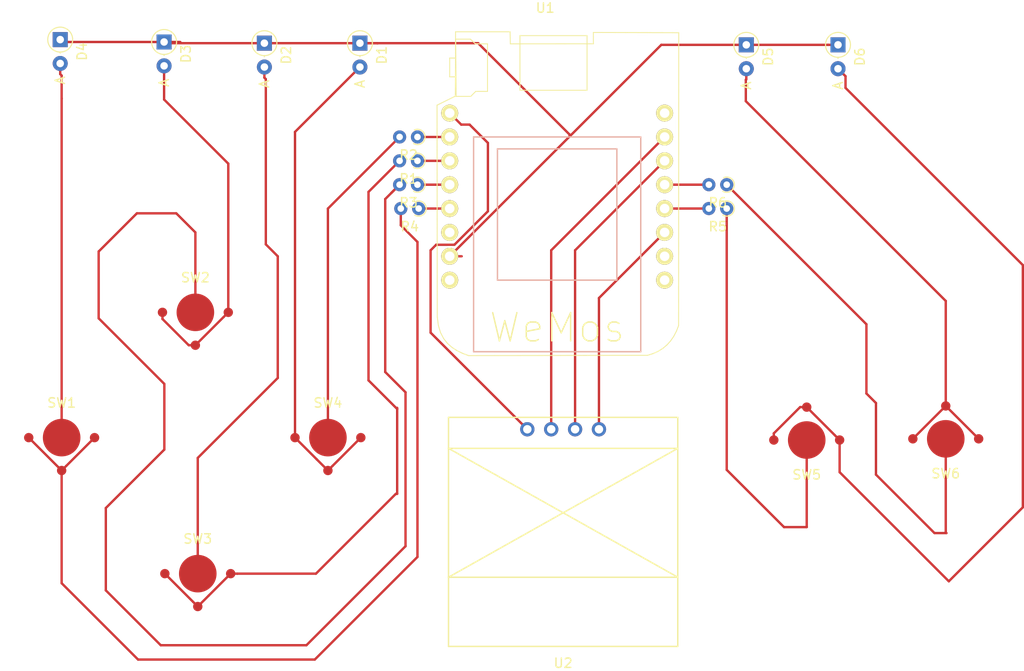
<source format=kicad_pcb>
(kicad_pcb (version 20171130) (host pcbnew 5.0.2-bee76a0~70~ubuntu18.04.1)

  (general
    (thickness 1.6)
    (drawings 0)
    (tracks 141)
    (zones 0)
    (modules 20)
    (nets 29)
  )

  (page A4)
  (layers
    (0 F.Cu signal)
    (31 B.Cu signal)
    (32 B.Adhes user)
    (33 F.Adhes user)
    (34 B.Paste user)
    (35 F.Paste user)
    (36 B.SilkS user)
    (37 F.SilkS user)
    (38 B.Mask user)
    (39 F.Mask user)
    (40 Dwgs.User user)
    (41 Cmts.User user)
    (42 Eco1.User user)
    (43 Eco2.User user)
    (44 Edge.Cuts user)
    (45 Margin user)
    (46 B.CrtYd user)
    (47 F.CrtYd user)
    (48 B.Fab user)
    (49 F.Fab user)
  )

  (setup
    (last_trace_width 0.25)
    (trace_clearance 0.2)
    (zone_clearance 0.508)
    (zone_45_only no)
    (trace_min 0.2)
    (segment_width 0.2)
    (edge_width 0.15)
    (via_size 0.8)
    (via_drill 0.4)
    (via_min_size 0.4)
    (via_min_drill 0.3)
    (uvia_size 0.3)
    (uvia_drill 0.1)
    (uvias_allowed no)
    (uvia_min_size 0.2)
    (uvia_min_drill 0.1)
    (pcb_text_width 0.3)
    (pcb_text_size 1.5 1.5)
    (mod_edge_width 0.15)
    (mod_text_size 1 1)
    (mod_text_width 0.15)
    (pad_size 1.524 1.524)
    (pad_drill 0.762)
    (pad_to_mask_clearance 0.051)
    (solder_mask_min_width 0.25)
    (aux_axis_origin 0 0)
    (visible_elements FFFFFF7F)
    (pcbplotparams
      (layerselection 0x010fc_ffffffff)
      (usegerberextensions false)
      (usegerberattributes false)
      (usegerberadvancedattributes false)
      (creategerberjobfile false)
      (excludeedgelayer true)
      (linewidth 0.100000)
      (plotframeref false)
      (viasonmask false)
      (mode 1)
      (useauxorigin false)
      (hpglpennumber 1)
      (hpglpenspeed 20)
      (hpglpendiameter 15.000000)
      (psnegative false)
      (psa4output false)
      (plotreference true)
      (plotvalue true)
      (plotinvisibletext false)
      (padsonsilk false)
      (subtractmaskfromsilk false)
      (outputformat 1)
      (mirror false)
      (drillshape 1)
      (scaleselection 1)
      (outputdirectory ""))
  )

  (net 0 "")
  (net 1 "Net-(D1-Pad1)")
  (net 2 "Net-(D1-Pad2)")
  (net 3 "Net-(D2-Pad2)")
  (net 4 "Net-(D3-Pad2)")
  (net 5 "Net-(D4-Pad2)")
  (net 6 "Net-(D5-Pad2)")
  (net 7 "Net-(D6-Pad2)")
  (net 8 "Net-(R1-Pad2)")
  (net 9 "Net-(R1-Pad1)")
  (net 10 "Net-(R2-Pad1)")
  (net 11 "Net-(R2-Pad2)")
  (net 12 "Net-(R3-Pad1)")
  (net 13 "Net-(R3-Pad2)")
  (net 14 "Net-(R4-Pad2)")
  (net 15 "Net-(R4-Pad1)")
  (net 16 "Net-(R5-Pad1)")
  (net 17 "Net-(R5-Pad2)")
  (net 18 "Net-(R6-Pad2)")
  (net 19 "Net-(R6-Pad1)")
  (net 20 "Net-(U1-Pad8)")
  (net 21 "Net-(U1-Pad7)")
  (net 22 "Net-(U1-Pad6)")
  (net 23 "Net-(U1-Pad3)")
  (net 24 -BATT)
  (net 25 "Net-(U1-Pad1)")
  (net 26 +BATT)
  (net 27 "Net-(U1-Pad11)")
  (net 28 "Net-(U1-Pad9)")

  (net_class Default "This is the default net class."
    (clearance 0.2)
    (trace_width 0.25)
    (via_dia 0.8)
    (via_drill 0.4)
    (uvia_dia 0.3)
    (uvia_drill 0.1)
    (add_net +BATT)
    (add_net -BATT)
    (add_net "Net-(D1-Pad1)")
    (add_net "Net-(D1-Pad2)")
    (add_net "Net-(D2-Pad2)")
    (add_net "Net-(D3-Pad2)")
    (add_net "Net-(D4-Pad2)")
    (add_net "Net-(D5-Pad2)")
    (add_net "Net-(D6-Pad2)")
    (add_net "Net-(R1-Pad1)")
    (add_net "Net-(R1-Pad2)")
    (add_net "Net-(R2-Pad1)")
    (add_net "Net-(R2-Pad2)")
    (add_net "Net-(R3-Pad1)")
    (add_net "Net-(R3-Pad2)")
    (add_net "Net-(R4-Pad1)")
    (add_net "Net-(R4-Pad2)")
    (add_net "Net-(R5-Pad1)")
    (add_net "Net-(R5-Pad2)")
    (add_net "Net-(R6-Pad1)")
    (add_net "Net-(R6-Pad2)")
    (add_net "Net-(U1-Pad1)")
    (add_net "Net-(U1-Pad11)")
    (add_net "Net-(U1-Pad3)")
    (add_net "Net-(U1-Pad6)")
    (add_net "Net-(U1-Pad7)")
    (add_net "Net-(U1-Pad8)")
    (add_net "Net-(U1-Pad9)")
  )

  (module Diode_THT:D_DO-35_SOD27_P2.54mm_Vertical_AnodeUp (layer F.Cu) (tedit 5AE50CD5) (tstamp 5CCCD210)
    (at 111.3536 25.5778 270)
    (descr "Diode, DO-35_SOD27 series, Axial, Vertical, pin pitch=2.54mm, , length*diameter=4*2mm^2, , http://www.diodes.com/_files/packages/DO-35.pdf")
    (tags "Diode DO-35_SOD27 series Axial Vertical pin pitch 2.54mm  length 4mm diameter 2mm")
    (path /5C76104A)
    (fp_text reference D2 (at 1.27 -2.326371 270) (layer F.SilkS)
      (effects (font (size 1 1) (thickness 0.15)))
    )
    (fp_text value D_ALT (at 1.27 3.215371 270) (layer F.Fab)
      (effects (font (size 1 1) (thickness 0.15)))
    )
    (fp_text user A (at 4.34 0 270) (layer F.SilkS)
      (effects (font (size 1 1) (thickness 0.15)))
    )
    (fp_text user A (at 4.34 0 270) (layer F.Fab)
      (effects (font (size 1 1) (thickness 0.15)))
    )
    (fp_text user %R (at 1.27 -2.326371 270) (layer F.Fab)
      (effects (font (size 1 1) (thickness 0.15)))
    )
    (fp_line (start 3.59 -1.25) (end -1.25 -1.25) (layer F.CrtYd) (width 0.05))
    (fp_line (start 3.59 1.25) (end 3.59 -1.25) (layer F.CrtYd) (width 0.05))
    (fp_line (start -1.25 1.25) (end 3.59 1.25) (layer F.CrtYd) (width 0.05))
    (fp_line (start -1.25 -1.25) (end -1.25 1.25) (layer F.CrtYd) (width 0.05))
    (fp_line (start 1.326371 0) (end 1.44 0) (layer F.SilkS) (width 0.12))
    (fp_line (start 0 0) (end 2.54 0) (layer F.Fab) (width 0.1))
    (fp_circle (center 0 0) (end 1.326371 0) (layer F.SilkS) (width 0.12))
    (fp_circle (center 0 0) (end 1 0) (layer F.Fab) (width 0.1))
    (pad 2 thru_hole oval (at 2.54 0 270) (size 1.6 1.6) (drill 0.8) (layers *.Cu *.Mask)
      (net 3 "Net-(D2-Pad2)"))
    (pad 1 thru_hole rect (at 0 0 270) (size 1.6 1.6) (drill 0.8) (layers *.Cu *.Mask)
      (net 1 "Net-(D1-Pad1)"))
    (model ${KISYS3DMOD}/Diode_THT.3dshapes/D_DO-35_SOD27_P2.54mm_Vertical_AnodeUp.wrl
      (at (xyz 0 0 0))
      (scale (xyz 1 1 1))
      (rotate (xyz 0 0 0))
    )
  )

  (module Diode_THT:D_DO-35_SOD27_P2.54mm_Vertical_AnodeUp (layer F.Cu) (tedit 5AE50CD5) (tstamp 5CCCD200)
    (at 100.6856 25.4508 270)
    (descr "Diode, DO-35_SOD27 series, Axial, Vertical, pin pitch=2.54mm, , length*diameter=4*2mm^2, , http://www.diodes.com/_files/packages/DO-35.pdf")
    (tags "Diode DO-35_SOD27 series Axial Vertical pin pitch 2.54mm  length 4mm diameter 2mm")
    (path /5C761020)
    (fp_text reference D3 (at 1.27 -2.326371 270) (layer F.SilkS)
      (effects (font (size 1 1) (thickness 0.15)))
    )
    (fp_text value D_ALT (at 1.27 3.215371 270) (layer F.Fab)
      (effects (font (size 1 1) (thickness 0.15)))
    )
    (fp_circle (center 0 0) (end 1 0) (layer F.Fab) (width 0.1))
    (fp_circle (center 0 0) (end 1.326371 0) (layer F.SilkS) (width 0.12))
    (fp_line (start 0 0) (end 2.54 0) (layer F.Fab) (width 0.1))
    (fp_line (start 1.326371 0) (end 1.44 0) (layer F.SilkS) (width 0.12))
    (fp_line (start -1.25 -1.25) (end -1.25 1.25) (layer F.CrtYd) (width 0.05))
    (fp_line (start -1.25 1.25) (end 3.59 1.25) (layer F.CrtYd) (width 0.05))
    (fp_line (start 3.59 1.25) (end 3.59 -1.25) (layer F.CrtYd) (width 0.05))
    (fp_line (start 3.59 -1.25) (end -1.25 -1.25) (layer F.CrtYd) (width 0.05))
    (fp_text user %R (at 1.27 -2.326371 270) (layer F.Fab)
      (effects (font (size 1 1) (thickness 0.15)))
    )
    (fp_text user A (at 4.34 0 270) (layer F.Fab)
      (effects (font (size 1 1) (thickness 0.15)))
    )
    (fp_text user A (at 4.34 0 270) (layer F.SilkS)
      (effects (font (size 1 1) (thickness 0.15)))
    )
    (pad 1 thru_hole rect (at 0 0 270) (size 1.6 1.6) (drill 0.8) (layers *.Cu *.Mask)
      (net 1 "Net-(D1-Pad1)"))
    (pad 2 thru_hole oval (at 2.54 0 270) (size 1.6 1.6) (drill 0.8) (layers *.Cu *.Mask)
      (net 4 "Net-(D3-Pad2)"))
    (model ${KISYS3DMOD}/Diode_THT.3dshapes/D_DO-35_SOD27_P2.54mm_Vertical_AnodeUp.wrl
      (at (xyz 0 0 0))
      (scale (xyz 1 1 1))
      (rotate (xyz 0 0 0))
    )
  )

  (module Diode_THT:D_DO-35_SOD27_P2.54mm_Vertical_AnodeUp (layer F.Cu) (tedit 5AE50CD5) (tstamp 5CCCD3D2)
    (at 89.6366 25.1968 270)
    (descr "Diode, DO-35_SOD27 series, Axial, Vertical, pin pitch=2.54mm, , length*diameter=4*2mm^2, , http://www.diodes.com/_files/packages/DO-35.pdf")
    (tags "Diode DO-35_SOD27 series Axial Vertical pin pitch 2.54mm  length 4mm diameter 2mm")
    (path /5C7601E5)
    (fp_text reference D4 (at 1.27 -2.326371 270) (layer F.SilkS)
      (effects (font (size 1 1) (thickness 0.15)))
    )
    (fp_text value D_ALT (at 1.27 3.215371 270) (layer F.Fab)
      (effects (font (size 1 1) (thickness 0.15)))
    )
    (fp_text user A (at 4.34 0 270) (layer F.SilkS)
      (effects (font (size 1 1) (thickness 0.15)))
    )
    (fp_text user A (at 4.34 0 270) (layer F.Fab)
      (effects (font (size 1 1) (thickness 0.15)))
    )
    (fp_text user %R (at 1.27 -2.326371 270) (layer F.Fab)
      (effects (font (size 1 1) (thickness 0.15)))
    )
    (fp_line (start 3.59 -1.25) (end -1.25 -1.25) (layer F.CrtYd) (width 0.05))
    (fp_line (start 3.59 1.25) (end 3.59 -1.25) (layer F.CrtYd) (width 0.05))
    (fp_line (start -1.25 1.25) (end 3.59 1.25) (layer F.CrtYd) (width 0.05))
    (fp_line (start -1.25 -1.25) (end -1.25 1.25) (layer F.CrtYd) (width 0.05))
    (fp_line (start 1.326371 0) (end 1.44 0) (layer F.SilkS) (width 0.12))
    (fp_line (start 0 0) (end 2.54 0) (layer F.Fab) (width 0.1))
    (fp_circle (center 0 0) (end 1.326371 0) (layer F.SilkS) (width 0.12))
    (fp_circle (center 0 0) (end 1 0) (layer F.Fab) (width 0.1))
    (pad 2 thru_hole oval (at 2.54 0 270) (size 1.6 1.6) (drill 0.8) (layers *.Cu *.Mask)
      (net 5 "Net-(D4-Pad2)"))
    (pad 1 thru_hole rect (at 0 0 270) (size 1.6 1.6) (drill 0.8) (layers *.Cu *.Mask)
      (net 1 "Net-(D1-Pad1)"))
    (model ${KISYS3DMOD}/Diode_THT.3dshapes/D_DO-35_SOD27_P2.54mm_Vertical_AnodeUp.wrl
      (at (xyz 0 0 0))
      (scale (xyz 1 1 1))
      (rotate (xyz 0 0 0))
    )
  )

  (module Diode_THT:D_DO-35_SOD27_P2.54mm_Vertical_AnodeUp (layer F.Cu) (tedit 5AE50CD5) (tstamp 5CCCD1E0)
    (at 121.5136 25.5778 270)
    (descr "Diode, DO-35_SOD27 series, Axial, Vertical, pin pitch=2.54mm, , length*diameter=4*2mm^2, , http://www.diodes.com/_files/packages/DO-35.pdf")
    (tags "Diode DO-35_SOD27 series Axial Vertical pin pitch 2.54mm  length 4mm diameter 2mm")
    (path /5C76106A)
    (fp_text reference D1 (at 1.27 -2.326371 270) (layer F.SilkS)
      (effects (font (size 1 1) (thickness 0.15)))
    )
    (fp_text value D_ALT (at 1.27 3.215371 270) (layer F.Fab)
      (effects (font (size 1 1) (thickness 0.15)))
    )
    (fp_circle (center 0 0) (end 1 0) (layer F.Fab) (width 0.1))
    (fp_circle (center 0 0) (end 1.326371 0) (layer F.SilkS) (width 0.12))
    (fp_line (start 0 0) (end 2.54 0) (layer F.Fab) (width 0.1))
    (fp_line (start 1.326371 0) (end 1.44 0) (layer F.SilkS) (width 0.12))
    (fp_line (start -1.25 -1.25) (end -1.25 1.25) (layer F.CrtYd) (width 0.05))
    (fp_line (start -1.25 1.25) (end 3.59 1.25) (layer F.CrtYd) (width 0.05))
    (fp_line (start 3.59 1.25) (end 3.59 -1.25) (layer F.CrtYd) (width 0.05))
    (fp_line (start 3.59 -1.25) (end -1.25 -1.25) (layer F.CrtYd) (width 0.05))
    (fp_text user %R (at 1.27 -2.326371 270) (layer F.Fab)
      (effects (font (size 1 1) (thickness 0.15)))
    )
    (fp_text user A (at 4.34 0 270) (layer F.Fab)
      (effects (font (size 1 1) (thickness 0.15)))
    )
    (fp_text user A (at 4.34 0 270) (layer F.SilkS)
      (effects (font (size 1 1) (thickness 0.15)))
    )
    (pad 1 thru_hole rect (at 0 0 270) (size 1.6 1.6) (drill 0.8) (layers *.Cu *.Mask)
      (net 1 "Net-(D1-Pad1)"))
    (pad 2 thru_hole oval (at 2.54 0 270) (size 1.6 1.6) (drill 0.8) (layers *.Cu *.Mask)
      (net 2 "Net-(D1-Pad2)"))
    (model ${KISYS3DMOD}/Diode_THT.3dshapes/D_DO-35_SOD27_P2.54mm_Vertical_AnodeUp.wrl
      (at (xyz 0 0 0))
      (scale (xyz 1 1 1))
      (rotate (xyz 0 0 0))
    )
  )

  (module Diode_THT:D_DO-35_SOD27_P2.54mm_Vertical_AnodeUp (layer F.Cu) (tedit 5AE50CD5) (tstamp 5CCCD1D0)
    (at 162.6108 25.7556 270)
    (descr "Diode, DO-35_SOD27 series, Axial, Vertical, pin pitch=2.54mm, , length*diameter=4*2mm^2, , http://www.diodes.com/_files/packages/DO-35.pdf")
    (tags "Diode DO-35_SOD27 series Axial Vertical pin pitch 2.54mm  length 4mm diameter 2mm")
    (path /5C75DFAF)
    (fp_text reference D5 (at 1.27 -2.326371 270) (layer F.SilkS)
      (effects (font (size 1 1) (thickness 0.15)))
    )
    (fp_text value D_ALT (at 1.27 3.215371 270) (layer F.Fab)
      (effects (font (size 1 1) (thickness 0.15)))
    )
    (fp_text user A (at 4.34 0 270) (layer F.SilkS)
      (effects (font (size 1 1) (thickness 0.15)))
    )
    (fp_text user A (at 4.34 0 270) (layer F.Fab)
      (effects (font (size 1 1) (thickness 0.15)))
    )
    (fp_text user %R (at 1.27 -2.326371 270) (layer F.Fab)
      (effects (font (size 1 1) (thickness 0.15)))
    )
    (fp_line (start 3.59 -1.25) (end -1.25 -1.25) (layer F.CrtYd) (width 0.05))
    (fp_line (start 3.59 1.25) (end 3.59 -1.25) (layer F.CrtYd) (width 0.05))
    (fp_line (start -1.25 1.25) (end 3.59 1.25) (layer F.CrtYd) (width 0.05))
    (fp_line (start -1.25 -1.25) (end -1.25 1.25) (layer F.CrtYd) (width 0.05))
    (fp_line (start 1.326371 0) (end 1.44 0) (layer F.SilkS) (width 0.12))
    (fp_line (start 0 0) (end 2.54 0) (layer F.Fab) (width 0.1))
    (fp_circle (center 0 0) (end 1.326371 0) (layer F.SilkS) (width 0.12))
    (fp_circle (center 0 0) (end 1 0) (layer F.Fab) (width 0.1))
    (pad 2 thru_hole oval (at 2.54 0 270) (size 1.6 1.6) (drill 0.8) (layers *.Cu *.Mask)
      (net 6 "Net-(D5-Pad2)"))
    (pad 1 thru_hole rect (at 0 0 270) (size 1.6 1.6) (drill 0.8) (layers *.Cu *.Mask)
      (net 1 "Net-(D1-Pad1)"))
    (model ${KISYS3DMOD}/Diode_THT.3dshapes/D_DO-35_SOD27_P2.54mm_Vertical_AnodeUp.wrl
      (at (xyz 0 0 0))
      (scale (xyz 1 1 1))
      (rotate (xyz 0 0 0))
    )
  )

  (module Diode_THT:D_DO-35_SOD27_P2.54mm_Vertical_AnodeUp (layer F.Cu) (tedit 5AE50CD5) (tstamp 5CCCD1C0)
    (at 172.3644 25.7556 270)
    (descr "Diode, DO-35_SOD27 series, Axial, Vertical, pin pitch=2.54mm, , length*diameter=4*2mm^2, , http://www.diodes.com/_files/packages/DO-35.pdf")
    (tags "Diode DO-35_SOD27 series Axial Vertical pin pitch 2.54mm  length 4mm diameter 2mm")
    (path /5C75DF0E)
    (fp_text reference D6 (at 1.27 -2.326371 270) (layer F.SilkS)
      (effects (font (size 1 1) (thickness 0.15)))
    )
    (fp_text value D_ALT (at 1.27 3.215371 270) (layer F.Fab)
      (effects (font (size 1 1) (thickness 0.15)))
    )
    (fp_circle (center 0 0) (end 1 0) (layer F.Fab) (width 0.1))
    (fp_circle (center 0 0) (end 1.326371 0) (layer F.SilkS) (width 0.12))
    (fp_line (start 0 0) (end 2.54 0) (layer F.Fab) (width 0.1))
    (fp_line (start 1.326371 0) (end 1.44 0) (layer F.SilkS) (width 0.12))
    (fp_line (start -1.25 -1.25) (end -1.25 1.25) (layer F.CrtYd) (width 0.05))
    (fp_line (start -1.25 1.25) (end 3.59 1.25) (layer F.CrtYd) (width 0.05))
    (fp_line (start 3.59 1.25) (end 3.59 -1.25) (layer F.CrtYd) (width 0.05))
    (fp_line (start 3.59 -1.25) (end -1.25 -1.25) (layer F.CrtYd) (width 0.05))
    (fp_text user %R (at 1.27 -2.326371 270) (layer F.Fab)
      (effects (font (size 1 1) (thickness 0.15)))
    )
    (fp_text user A (at 4.34 0 270) (layer F.Fab)
      (effects (font (size 1 1) (thickness 0.15)))
    )
    (fp_text user A (at 4.34 0 270) (layer F.SilkS)
      (effects (font (size 1 1) (thickness 0.15)))
    )
    (pad 1 thru_hole rect (at 0 0 270) (size 1.6 1.6) (drill 0.8) (layers *.Cu *.Mask)
      (net 1 "Net-(D1-Pad1)"))
    (pad 2 thru_hole oval (at 2.54 0 270) (size 1.6 1.6) (drill 0.8) (layers *.Cu *.Mask)
      (net 7 "Net-(D6-Pad2)"))
    (model ${KISYS3DMOD}/Diode_THT.3dshapes/D_DO-35_SOD27_P2.54mm_Vertical_AnodeUp.wrl
      (at (xyz 0 0 0))
      (scale (xyz 1 1 1))
      (rotate (xyz 0 0 0))
    )
  )

  (module ESC_Pads:ESC_Pad_D (layer F.Cu) (tedit 5860C64B) (tstamp 5CE37CEF)
    (at 104.013 54.229 180)
    (path /5CC15FB0)
    (fp_text reference SW2 (at 0 3.7 180) (layer F.SilkS)
      (effects (font (size 1 1) (thickness 0.15)))
    )
    (fp_text value ESC_Pad_D (at 0 -2 180) (layer F.Fab) hide
      (effects (font (size 1 1) (thickness 0.15)))
    )
    (fp_arc (start 0 0) (end -0.3 5.5) (angle 353.5) (layer Dwgs.User) (width 0.1))
    (fp_arc (start 0 0) (end -0.3 6.5) (angle 354.5) (layer Dwgs.User) (width 0.1))
    (fp_arc (start 0 0) (end -0.3 2.3) (angle 345) (layer Dwgs.User) (width 0.1))
    (fp_line (start -0.3 6.5) (end -0.3 2.3) (layer Dwgs.User) (width 0.1))
    (fp_line (start 0.3 2.3) (end 0.3 6.5) (layer Dwgs.User) (width 0.1))
    (pad 1 smd circle (at 0 0 180) (size 4 4) (layers F.Cu)
      (net 13 "Net-(R3-Pad2)") (zone_connect 2))
    (pad 2 smd circle (at -3.5 0 180) (size 1 1) (layers F.Cu)
      (net 4 "Net-(D3-Pad2)") (zone_connect 2))
    (pad 2 smd circle (at 0 -3.5 180) (size 1 1) (layers F.Cu)
      (net 4 "Net-(D3-Pad2)") (zone_connect 2))
    (pad 2 smd circle (at 3.5 0 180) (size 1 1) (layers F.Cu)
      (net 4 "Net-(D3-Pad2)") (zone_connect 2))
  )

  (module wemos_d1_mini:D1_mini_board (layer F.Cu) (tedit 5766F65E) (tstamp 5CE377F3)
    (at 142.494 40.64 180)
    (path /5C759856)
    (fp_text reference U1 (at 1.27 18.81 180) (layer F.SilkS)
      (effects (font (size 1 1) (thickness 0.15)))
    )
    (fp_text value WeMos_mini (at 1.27 -19.05 180) (layer F.Fab)
      (effects (font (size 1 1) (thickness 0.15)))
    )
    (fp_text user WeMos (at 0 -15.24 180) (layer F.SilkS)
      (effects (font (size 3 3) (thickness 0.15)))
    )
    (fp_line (start -6.35 3.81) (end -6.35 -10.16) (layer B.SilkS) (width 0.15))
    (fp_line (start -6.35 -10.16) (end 6.35 -10.16) (layer B.SilkS) (width 0.15))
    (fp_line (start 6.35 -10.16) (end 6.35 3.81) (layer B.SilkS) (width 0.15))
    (fp_line (start 6.35 3.81) (end -6.35 3.81) (layer B.SilkS) (width 0.15))
    (fp_line (start -8.89 5.08) (end 8.89 5.08) (layer B.SilkS) (width 0.15))
    (fp_line (start 8.89 5.08) (end 8.89 -17.78) (layer B.SilkS) (width 0.15))
    (fp_line (start 8.89 -17.78) (end -8.89 -17.78) (layer B.SilkS) (width 0.15))
    (fp_line (start -8.89 -17.78) (end -8.89 5.08) (layer B.SilkS) (width 0.15))
    (fp_line (start 10.817472 16.277228) (end 5.00618 16.277228) (layer F.SilkS) (width 0.1))
    (fp_line (start 5.00618 16.277228) (end 4.979849 14.993795) (layer F.SilkS) (width 0.1))
    (fp_line (start 4.979849 14.993795) (end -3.851373 15.000483) (layer F.SilkS) (width 0.1))
    (fp_line (start -3.851373 15.000483) (end -3.849397 16.202736) (layer F.SilkS) (width 0.1))
    (fp_line (start -3.849397 16.202736) (end -12.930193 16.176658) (layer F.SilkS) (width 0.1))
    (fp_line (start -12.930193 16.176658) (end -12.916195 -14.993493) (layer F.SilkS) (width 0.1))
    (fp_line (start -12.916195 -14.993493) (end -12.683384 -15.596286) (layer F.SilkS) (width 0.1))
    (fp_line (start -12.683384 -15.596286) (end -12.399901 -16.141167) (layer F.SilkS) (width 0.1))
    (fp_line (start -12.399901 -16.141167) (end -12.065253 -16.627577) (layer F.SilkS) (width 0.1))
    (fp_line (start -12.065253 -16.627577) (end -11.678953 -17.054952) (layer F.SilkS) (width 0.1))
    (fp_line (start -11.678953 -17.054952) (end -11.240512 -17.422741) (layer F.SilkS) (width 0.1))
    (fp_line (start -11.240512 -17.422741) (end -10.74944 -17.730377) (layer F.SilkS) (width 0.1))
    (fp_line (start -10.74944 -17.730377) (end -10.20525 -17.97731) (layer F.SilkS) (width 0.1))
    (fp_line (start -10.20525 -17.97731) (end -9.607453 -18.162976) (layer F.SilkS) (width 0.1))
    (fp_line (start -9.607453 -18.162976) (end 9.43046 -18.191734) (layer F.SilkS) (width 0.1))
    (fp_line (start 9.43046 -18.191734) (end 10.049824 -17.957741) (layer F.SilkS) (width 0.1))
    (fp_line (start 10.049824 -17.957741) (end 10.638018 -17.673258) (layer F.SilkS) (width 0.1))
    (fp_line (start 10.638018 -17.673258) (end 11.181445 -17.323743) (layer F.SilkS) (width 0.1))
    (fp_line (start 11.181445 -17.323743) (end 11.666503 -16.894658) (layer F.SilkS) (width 0.1))
    (fp_line (start 11.666503 -16.894658) (end 12.079595 -16.37146) (layer F.SilkS) (width 0.1))
    (fp_line (start 12.079595 -16.37146) (end 12.407122 -15.739613) (layer F.SilkS) (width 0.1))
    (fp_line (start 12.407122 -15.739613) (end 12.635482 -14.984575) (layer F.SilkS) (width 0.1))
    (fp_line (start 12.635482 -14.984575) (end 12.751078 -14.091807) (layer F.SilkS) (width 0.1))
    (fp_line (start 12.751078 -14.091807) (end 12.776026 8.463285) (layer F.SilkS) (width 0.1))
    (fp_line (start 12.776026 8.463285) (end 10.83248 9.424181) (layer F.SilkS) (width 0.1))
    (fp_line (start 10.83248 9.424181) (end 10.802686 16.232524) (layer F.SilkS) (width 0.1))
    (fp_line (start -3.17965 10.051451) (end 3.959931 10.051451) (layer F.SilkS) (width 0.1))
    (fp_line (start 3.959931 10.051451) (end 3.959931 15.865188) (layer F.SilkS) (width 0.1))
    (fp_line (start 3.959931 15.865188) (end -3.17965 15.865188) (layer F.SilkS) (width 0.1))
    (fp_line (start -3.17965 15.865188) (end -3.17965 10.051451) (layer F.SilkS) (width 0.1))
    (fp_line (start 10.7436 9.402349) (end 9.191378 9.402349) (layer F.SilkS) (width 0.1))
    (fp_line (start 9.191378 9.402349) (end 8.662211 9.931515) (layer F.SilkS) (width 0.1))
    (fp_line (start 8.662211 9.931515) (end 7.40985 9.931515) (layer F.SilkS) (width 0.1))
    (fp_line (start 7.40985 9.931515) (end 7.40985 14.993876) (layer F.SilkS) (width 0.1))
    (fp_line (start 7.40985 14.993876) (end 8.697489 14.993876) (layer F.SilkS) (width 0.1))
    (fp_line (start 8.697489 14.993876) (end 9.226656 15.487765) (layer F.SilkS) (width 0.1))
    (fp_line (start 9.226656 15.487765) (end 10.796517 15.487765) (layer F.SilkS) (width 0.1))
    (fp_line (start 10.796517 15.487765) (end 10.7436 9.402349) (layer F.SilkS) (width 0.1))
    (fp_line (start 10.778878 11.483738) (end 11.431517 11.483738) (layer F.SilkS) (width 0.1))
    (fp_line (start 11.431517 11.483738) (end 11.431517 13.476932) (layer F.SilkS) (width 0.1))
    (fp_line (start 11.431517 13.476932) (end 10.814156 13.476932) (layer F.SilkS) (width 0.1))
    (pad 8 thru_hole circle (at -11.43 -10.16 180) (size 1.8 1.8) (drill 1.016) (layers *.Cu *.Mask F.SilkS)
      (net 20 "Net-(U1-Pad8)"))
    (pad 7 thru_hole circle (at -11.43 -7.62 180) (size 1.8 1.8) (drill 1.016) (layers *.Cu *.Mask F.SilkS)
      (net 21 "Net-(U1-Pad7)"))
    (pad 6 thru_hole circle (at -11.43 -5.08 180) (size 1.8 1.8) (drill 1.016) (layers *.Cu *.Mask F.SilkS)
      (net 22 "Net-(U1-Pad6)"))
    (pad 5 thru_hole circle (at -11.43 -2.54 180) (size 1.8 1.8) (drill 1.016) (layers *.Cu *.Mask F.SilkS)
      (net 17 "Net-(R5-Pad2)"))
    (pad 4 thru_hole circle (at -11.43 0 180) (size 1.8 1.8) (drill 1.016) (layers *.Cu *.Mask F.SilkS)
      (net 18 "Net-(R6-Pad2)"))
    (pad 3 thru_hole circle (at -11.43 2.54 180) (size 1.8 1.8) (drill 1.016) (layers *.Cu *.Mask F.SilkS)
      (net 23 "Net-(U1-Pad3)"))
    (pad 2 thru_hole circle (at -11.43 5.08 180) (size 1.8 1.8) (drill 1.016) (layers *.Cu *.Mask F.SilkS)
      (net 24 -BATT))
    (pad 1 thru_hole circle (at -11.43 7.62 180) (size 1.8 1.8) (drill 1.016) (layers *.Cu *.Mask F.SilkS)
      (net 25 "Net-(U1-Pad1)"))
    (pad 16 thru_hole circle (at 11.43 7.62 180) (size 1.8 1.8) (drill 1.016) (layers *.Cu *.Mask F.SilkS)
      (net 26 +BATT))
    (pad 15 thru_hole circle (at 11.43 5.08 180) (size 1.8 1.8) (drill 1.016) (layers *.Cu *.Mask F.SilkS)
      (net 10 "Net-(R2-Pad1)"))
    (pad 14 thru_hole circle (at 11.43 2.54 180) (size 1.8 1.8) (drill 1.016) (layers *.Cu *.Mask F.SilkS)
      (net 9 "Net-(R1-Pad1)"))
    (pad 13 thru_hole circle (at 11.43 0 180) (size 1.8 1.8) (drill 1.016) (layers *.Cu *.Mask F.SilkS)
      (net 12 "Net-(R3-Pad1)"))
    (pad 12 thru_hole circle (at 11.43 -2.54 180) (size 1.8 1.8) (drill 1.016) (layers *.Cu *.Mask F.SilkS)
      (net 15 "Net-(R4-Pad1)"))
    (pad 11 thru_hole circle (at 11.43 -5.08 180) (size 1.8 1.8) (drill 1.016) (layers *.Cu *.Mask F.SilkS)
      (net 27 "Net-(U1-Pad11)"))
    (pad 10 thru_hole circle (at 11.43 -7.62 180) (size 1.8 1.8) (drill 1.016) (layers *.Cu *.Mask F.SilkS)
      (net 1 "Net-(D1-Pad1)"))
    (pad 9 thru_hole circle (at 11.43 -10.16 180) (size 1.8 1.8) (drill 1.016) (layers *.Cu *.Mask F.SilkS)
      (net 28 "Net-(U1-Pad9)"))
  )

  (module Resistor_THT:R_Axial_DIN0204_L3.6mm_D1.6mm_P1.90mm_Vertical (layer F.Cu) (tedit 5AE5139B) (tstamp 5CE372EB)
    (at 127.635 38.1 180)
    (descr "Resistor, Axial_DIN0204 series, Axial, Vertical, pin pitch=1.9mm, 0.167W, length*diameter=3.6*1.6mm^2, http://cdn-reichelt.de/documents/datenblatt/B400/1_4W%23YAG.pdf")
    (tags "Resistor Axial_DIN0204 series Axial Vertical pin pitch 1.9mm 0.167W length 3.6mm diameter 1.6mm")
    (path /5C76203F)
    (fp_text reference R1 (at 0.95 -1.92 180) (layer F.SilkS)
      (effects (font (size 1 1) (thickness 0.15)))
    )
    (fp_text value R (at 0.95 1.92 180) (layer F.Fab)
      (effects (font (size 1 1) (thickness 0.15)))
    )
    (fp_text user %R (at 0.95 -1.92 180) (layer F.Fab)
      (effects (font (size 1 1) (thickness 0.15)))
    )
    (fp_line (start 2.86 -1.05) (end -1.05 -1.05) (layer F.CrtYd) (width 0.05))
    (fp_line (start 2.86 1.05) (end 2.86 -1.05) (layer F.CrtYd) (width 0.05))
    (fp_line (start -1.05 1.05) (end 2.86 1.05) (layer F.CrtYd) (width 0.05))
    (fp_line (start -1.05 -1.05) (end -1.05 1.05) (layer F.CrtYd) (width 0.05))
    (fp_line (start 0 0) (end 1.9 0) (layer F.Fab) (width 0.1))
    (fp_circle (center 0 0) (end 0.8 0) (layer F.Fab) (width 0.1))
    (fp_arc (start 0 0) (end 0.417133 -0.7) (angle -233.92106) (layer F.SilkS) (width 0.12))
    (pad 2 thru_hole oval (at 1.9 0 180) (size 1.4 1.4) (drill 0.7) (layers *.Cu *.Mask)
      (net 8 "Net-(R1-Pad2)"))
    (pad 1 thru_hole circle (at 0 0 180) (size 1.4 1.4) (drill 0.7) (layers *.Cu *.Mask)
      (net 9 "Net-(R1-Pad1)"))
    (model ${KISYS3DMOD}/Resistor_THT.3dshapes/R_Axial_DIN0204_L3.6mm_D1.6mm_P1.90mm_Vertical.wrl
      (at (xyz 0 0 0))
      (scale (xyz 1 1 1))
      (rotate (xyz 0 0 0))
    )
  )

  (module Resistor_THT:R_Axial_DIN0204_L3.6mm_D1.6mm_P1.90mm_Vertical (layer F.Cu) (tedit 5AE5139B) (tstamp 5CE372F9)
    (at 127.635 35.56 180)
    (descr "Resistor, Axial_DIN0204 series, Axial, Vertical, pin pitch=1.9mm, 0.167W, length*diameter=3.6*1.6mm^2, http://cdn-reichelt.de/documents/datenblatt/B400/1_4W%23YAG.pdf")
    (tags "Resistor Axial_DIN0204 series Axial Vertical pin pitch 1.9mm 0.167W length 3.6mm diameter 1.6mm")
    (path /5C762007)
    (fp_text reference R2 (at 0.95 -1.92 180) (layer F.SilkS)
      (effects (font (size 1 1) (thickness 0.15)))
    )
    (fp_text value R (at 0.95 1.92 180) (layer F.Fab)
      (effects (font (size 1 1) (thickness 0.15)))
    )
    (fp_arc (start 0 0) (end 0.417133 -0.7) (angle -233.92106) (layer F.SilkS) (width 0.12))
    (fp_circle (center 0 0) (end 0.8 0) (layer F.Fab) (width 0.1))
    (fp_line (start 0 0) (end 1.9 0) (layer F.Fab) (width 0.1))
    (fp_line (start -1.05 -1.05) (end -1.05 1.05) (layer F.CrtYd) (width 0.05))
    (fp_line (start -1.05 1.05) (end 2.86 1.05) (layer F.CrtYd) (width 0.05))
    (fp_line (start 2.86 1.05) (end 2.86 -1.05) (layer F.CrtYd) (width 0.05))
    (fp_line (start 2.86 -1.05) (end -1.05 -1.05) (layer F.CrtYd) (width 0.05))
    (fp_text user %R (at 0.95 -1.92 180) (layer F.Fab)
      (effects (font (size 1 1) (thickness 0.15)))
    )
    (pad 1 thru_hole circle (at 0 0 180) (size 1.4 1.4) (drill 0.7) (layers *.Cu *.Mask)
      (net 10 "Net-(R2-Pad1)"))
    (pad 2 thru_hole oval (at 1.9 0 180) (size 1.4 1.4) (drill 0.7) (layers *.Cu *.Mask)
      (net 11 "Net-(R2-Pad2)"))
    (model ${KISYS3DMOD}/Resistor_THT.3dshapes/R_Axial_DIN0204_L3.6mm_D1.6mm_P1.90mm_Vertical.wrl
      (at (xyz 0 0 0))
      (scale (xyz 1 1 1))
      (rotate (xyz 0 0 0))
    )
  )

  (module Resistor_THT:R_Axial_DIN0204_L3.6mm_D1.6mm_P1.90mm_Vertical (layer F.Cu) (tedit 5AE5139B) (tstamp 5CE37307)
    (at 127.635 40.64 180)
    (descr "Resistor, Axial_DIN0204 series, Axial, Vertical, pin pitch=1.9mm, 0.167W, length*diameter=3.6*1.6mm^2, http://cdn-reichelt.de/documents/datenblatt/B400/1_4W%23YAG.pdf")
    (tags "Resistor Axial_DIN0204 series Axial Vertical pin pitch 1.9mm 0.167W length 3.6mm diameter 1.6mm")
    (path /5C761F8B)
    (fp_text reference R3 (at 0.95 -1.92 180) (layer F.SilkS)
      (effects (font (size 1 1) (thickness 0.15)))
    )
    (fp_text value R (at 0.95 1.92 180) (layer F.Fab)
      (effects (font (size 1 1) (thickness 0.15)))
    )
    (fp_arc (start 0 0) (end 0.417133 -0.7) (angle -233.92106) (layer F.SilkS) (width 0.12))
    (fp_circle (center 0 0) (end 0.8 0) (layer F.Fab) (width 0.1))
    (fp_line (start 0 0) (end 1.9 0) (layer F.Fab) (width 0.1))
    (fp_line (start -1.05 -1.05) (end -1.05 1.05) (layer F.CrtYd) (width 0.05))
    (fp_line (start -1.05 1.05) (end 2.86 1.05) (layer F.CrtYd) (width 0.05))
    (fp_line (start 2.86 1.05) (end 2.86 -1.05) (layer F.CrtYd) (width 0.05))
    (fp_line (start 2.86 -1.05) (end -1.05 -1.05) (layer F.CrtYd) (width 0.05))
    (fp_text user %R (at 0.95 -1.92 180) (layer F.Fab)
      (effects (font (size 1 1) (thickness 0.15)))
    )
    (pad 1 thru_hole circle (at 0 0 180) (size 1.4 1.4) (drill 0.7) (layers *.Cu *.Mask)
      (net 12 "Net-(R3-Pad1)"))
    (pad 2 thru_hole oval (at 1.9 0 180) (size 1.4 1.4) (drill 0.7) (layers *.Cu *.Mask)
      (net 13 "Net-(R3-Pad2)"))
    (model ${KISYS3DMOD}/Resistor_THT.3dshapes/R_Axial_DIN0204_L3.6mm_D1.6mm_P1.90mm_Vertical.wrl
      (at (xyz 0 0 0))
      (scale (xyz 1 1 1))
      (rotate (xyz 0 0 0))
    )
  )

  (module Resistor_THT:R_Axial_DIN0204_L3.6mm_D1.6mm_P1.90mm_Vertical (layer F.Cu) (tedit 5AE5139B) (tstamp 5CE37315)
    (at 127.762 43.18 180)
    (descr "Resistor, Axial_DIN0204 series, Axial, Vertical, pin pitch=1.9mm, 0.167W, length*diameter=3.6*1.6mm^2, http://cdn-reichelt.de/documents/datenblatt/B400/1_4W%23YAG.pdf")
    (tags "Resistor Axial_DIN0204 series Axial Vertical pin pitch 1.9mm 0.167W length 3.6mm diameter 1.6mm")
    (path /5C761EC7)
    (fp_text reference R4 (at 0.95 -1.92 180) (layer F.SilkS)
      (effects (font (size 1 1) (thickness 0.15)))
    )
    (fp_text value R (at 0.95 1.92 180) (layer F.Fab)
      (effects (font (size 1 1) (thickness 0.15)))
    )
    (fp_text user %R (at 0.95 -1.92 180) (layer F.Fab)
      (effects (font (size 1 1) (thickness 0.15)))
    )
    (fp_line (start 2.86 -1.05) (end -1.05 -1.05) (layer F.CrtYd) (width 0.05))
    (fp_line (start 2.86 1.05) (end 2.86 -1.05) (layer F.CrtYd) (width 0.05))
    (fp_line (start -1.05 1.05) (end 2.86 1.05) (layer F.CrtYd) (width 0.05))
    (fp_line (start -1.05 -1.05) (end -1.05 1.05) (layer F.CrtYd) (width 0.05))
    (fp_line (start 0 0) (end 1.9 0) (layer F.Fab) (width 0.1))
    (fp_circle (center 0 0) (end 0.8 0) (layer F.Fab) (width 0.1))
    (fp_arc (start 0 0) (end 0.417133 -0.7) (angle -233.92106) (layer F.SilkS) (width 0.12))
    (pad 2 thru_hole oval (at 1.9 0 180) (size 1.4 1.4) (drill 0.7) (layers *.Cu *.Mask)
      (net 14 "Net-(R4-Pad2)"))
    (pad 1 thru_hole circle (at 0 0 180) (size 1.4 1.4) (drill 0.7) (layers *.Cu *.Mask)
      (net 15 "Net-(R4-Pad1)"))
    (model ${KISYS3DMOD}/Resistor_THT.3dshapes/R_Axial_DIN0204_L3.6mm_D1.6mm_P1.90mm_Vertical.wrl
      (at (xyz 0 0 0))
      (scale (xyz 1 1 1))
      (rotate (xyz 0 0 0))
    )
  )

  (module Resistor_THT:R_Axial_DIN0204_L3.6mm_D1.6mm_P1.90mm_Vertical (layer F.Cu) (tedit 5AE5139B) (tstamp 5CE37323)
    (at 160.528 43.18 180)
    (descr "Resistor, Axial_DIN0204 series, Axial, Vertical, pin pitch=1.9mm, 0.167W, length*diameter=3.6*1.6mm^2, http://cdn-reichelt.de/documents/datenblatt/B400/1_4W%23YAG.pdf")
    (tags "Resistor Axial_DIN0204 series Axial Vertical pin pitch 1.9mm 0.167W length 3.6mm diameter 1.6mm")
    (path /5C762267)
    (fp_text reference R5 (at 0.95 -1.92 180) (layer F.SilkS)
      (effects (font (size 1 1) (thickness 0.15)))
    )
    (fp_text value R (at 0.95 1.92 180) (layer F.Fab)
      (effects (font (size 1 1) (thickness 0.15)))
    )
    (fp_arc (start 0 0) (end 0.417133 -0.7) (angle -233.92106) (layer F.SilkS) (width 0.12))
    (fp_circle (center 0 0) (end 0.8 0) (layer F.Fab) (width 0.1))
    (fp_line (start 0 0) (end 1.9 0) (layer F.Fab) (width 0.1))
    (fp_line (start -1.05 -1.05) (end -1.05 1.05) (layer F.CrtYd) (width 0.05))
    (fp_line (start -1.05 1.05) (end 2.86 1.05) (layer F.CrtYd) (width 0.05))
    (fp_line (start 2.86 1.05) (end 2.86 -1.05) (layer F.CrtYd) (width 0.05))
    (fp_line (start 2.86 -1.05) (end -1.05 -1.05) (layer F.CrtYd) (width 0.05))
    (fp_text user %R (at 0.95 -1.92 180) (layer F.Fab)
      (effects (font (size 1 1) (thickness 0.15)))
    )
    (pad 1 thru_hole circle (at 0 0 180) (size 1.4 1.4) (drill 0.7) (layers *.Cu *.Mask)
      (net 16 "Net-(R5-Pad1)"))
    (pad 2 thru_hole oval (at 1.9 0 180) (size 1.4 1.4) (drill 0.7) (layers *.Cu *.Mask)
      (net 17 "Net-(R5-Pad2)"))
    (model ${KISYS3DMOD}/Resistor_THT.3dshapes/R_Axial_DIN0204_L3.6mm_D1.6mm_P1.90mm_Vertical.wrl
      (at (xyz 0 0 0))
      (scale (xyz 1 1 1))
      (rotate (xyz 0 0 0))
    )
  )

  (module Resistor_THT:R_Axial_DIN0204_L3.6mm_D1.6mm_P1.90mm_Vertical (layer F.Cu) (tedit 5AE5139B) (tstamp 5CE39A52)
    (at 160.528 40.64 180)
    (descr "Resistor, Axial_DIN0204 series, Axial, Vertical, pin pitch=1.9mm, 0.167W, length*diameter=3.6*1.6mm^2, http://cdn-reichelt.de/documents/datenblatt/B400/1_4W%23YAG.pdf")
    (tags "Resistor Axial_DIN0204 series Axial Vertical pin pitch 1.9mm 0.167W length 3.6mm diameter 1.6mm")
    (path /5C7622E3)
    (fp_text reference R6 (at 0.95 -1.92 180) (layer F.SilkS)
      (effects (font (size 1 1) (thickness 0.15)))
    )
    (fp_text value R (at 0.95 1.92) (layer F.Fab)
      (effects (font (size 1 1) (thickness 0.15)))
    )
    (fp_text user %R (at 0.95 -1.92 180) (layer F.Fab)
      (effects (font (size 1 1) (thickness 0.15)))
    )
    (fp_line (start 2.86 -1.05) (end -1.05 -1.05) (layer F.CrtYd) (width 0.05))
    (fp_line (start 2.86 1.05) (end 2.86 -1.05) (layer F.CrtYd) (width 0.05))
    (fp_line (start -1.05 1.05) (end 2.86 1.05) (layer F.CrtYd) (width 0.05))
    (fp_line (start -1.05 -1.05) (end -1.05 1.05) (layer F.CrtYd) (width 0.05))
    (fp_line (start 0 0) (end 1.9 0) (layer F.Fab) (width 0.1))
    (fp_circle (center 0 0) (end 0.8 0) (layer F.Fab) (width 0.1))
    (fp_arc (start 0 0) (end 0.417133 -0.7) (angle -233.92106) (layer F.SilkS) (width 0.12))
    (pad 2 thru_hole oval (at 1.9 0 180) (size 1.4 1.4) (drill 0.7) (layers *.Cu *.Mask)
      (net 18 "Net-(R6-Pad2)"))
    (pad 1 thru_hole circle (at 0 0 180) (size 1.4 1.4) (drill 0.7) (layers *.Cu *.Mask)
      (net 19 "Net-(R6-Pad1)"))
    (model ${KISYS3DMOD}/Resistor_THT.3dshapes/R_Axial_DIN0204_L3.6mm_D1.6mm_P1.90mm_Vertical.wrl
      (at (xyz 0 0 0))
      (scale (xyz 1 1 1))
      (rotate (xyz 0 0 0))
    )
  )

  (module ESC_Pads:ESC_Pad_D (layer F.Cu) (tedit 5860C64B) (tstamp 5CE39883)
    (at 89.789 67.564 180)
    (path /5CC02979)
    (fp_text reference SW1 (at 0 3.7 180) (layer F.SilkS)
      (effects (font (size 1 1) (thickness 0.15)))
    )
    (fp_text value ESC_Pad_D (at 0 -2 180) (layer F.Fab) hide
      (effects (font (size 1 1) (thickness 0.15)))
    )
    (fp_line (start 0.3 2.3) (end 0.3 6.5) (layer Dwgs.User) (width 0.1))
    (fp_line (start -0.3 6.5) (end -0.3 2.3) (layer Dwgs.User) (width 0.1))
    (fp_arc (start 0 0) (end -0.3 2.3) (angle 345) (layer Dwgs.User) (width 0.1))
    (fp_arc (start 0 0) (end -0.3 6.5) (angle 354.5) (layer Dwgs.User) (width 0.1))
    (fp_arc (start 0 0) (end -0.3 5.5) (angle 353.5) (layer Dwgs.User) (width 0.1))
    (pad 2 smd circle (at 3.5 0 180) (size 1 1) (layers F.Cu)
      (net 14 "Net-(R4-Pad2)") (zone_connect 2))
    (pad 2 smd circle (at 0 -3.5 180) (size 1 1) (layers F.Cu)
      (net 14 "Net-(R4-Pad2)") (zone_connect 2))
    (pad 2 smd circle (at -3.5 0 180) (size 1 1) (layers F.Cu)
      (net 14 "Net-(R4-Pad2)") (zone_connect 2))
    (pad 1 smd circle (at 0 0 180) (size 4 4) (layers F.Cu)
      (net 5 "Net-(D4-Pad2)") (zone_connect 2))
  )

  (module ESC_Pads:ESC_Pad_D (layer F.Cu) (tedit 5860C64B) (tstamp 5CE37358)
    (at 104.267 82.042 180)
    (path /5CBF4EC1)
    (fp_text reference SW3 (at 0 3.7 180) (layer F.SilkS)
      (effects (font (size 1 1) (thickness 0.15)))
    )
    (fp_text value ESC_Pad_D (at 0 -2 180) (layer F.Fab) hide
      (effects (font (size 1 1) (thickness 0.15)))
    )
    (fp_arc (start 0 0) (end -0.3 5.5) (angle 353.5) (layer Dwgs.User) (width 0.1))
    (fp_arc (start 0 0) (end -0.3 6.5) (angle 354.5) (layer Dwgs.User) (width 0.1))
    (fp_arc (start 0 0) (end -0.3 2.3) (angle 345) (layer Dwgs.User) (width 0.1))
    (fp_line (start -0.3 6.5) (end -0.3 2.3) (layer Dwgs.User) (width 0.1))
    (fp_line (start 0.3 2.3) (end 0.3 6.5) (layer Dwgs.User) (width 0.1))
    (pad 1 smd circle (at 0 0 180) (size 4 4) (layers F.Cu)
      (net 3 "Net-(D2-Pad2)") (zone_connect 2))
    (pad 2 smd circle (at -3.5 0 180) (size 1 1) (layers F.Cu)
      (net 8 "Net-(R1-Pad2)") (zone_connect 2))
    (pad 2 smd circle (at 0 -3.5 180) (size 1 1) (layers F.Cu)
      (net 8 "Net-(R1-Pad2)") (zone_connect 2))
    (pad 2 smd circle (at 3.5 0 180) (size 1 1) (layers F.Cu)
      (net 8 "Net-(R1-Pad2)") (zone_connect 2))
  )

  (module ESC_Pads:ESC_Pad_D (layer F.Cu) (tedit 5860C64B) (tstamp 5CE37365)
    (at 118.11 67.564 180)
    (path /5CC1C4A7)
    (fp_text reference SW4 (at 0 3.7 180) (layer F.SilkS)
      (effects (font (size 1 1) (thickness 0.15)))
    )
    (fp_text value ESC_Pad_D (at 0 -2 180) (layer F.Fab) hide
      (effects (font (size 1 1) (thickness 0.15)))
    )
    (fp_line (start 0.3 2.3) (end 0.3 6.5) (layer Dwgs.User) (width 0.1))
    (fp_line (start -0.3 6.5) (end -0.3 2.3) (layer Dwgs.User) (width 0.1))
    (fp_arc (start 0 0) (end -0.3 2.3) (angle 345) (layer Dwgs.User) (width 0.1))
    (fp_arc (start 0 0) (end -0.3 6.5) (angle 354.5) (layer Dwgs.User) (width 0.1))
    (fp_arc (start 0 0) (end -0.3 5.5) (angle 353.5) (layer Dwgs.User) (width 0.1))
    (pad 2 smd circle (at 3.5 0 180) (size 1 1) (layers F.Cu)
      (net 2 "Net-(D1-Pad2)") (zone_connect 2))
    (pad 2 smd circle (at 0 -3.5 180) (size 1 1) (layers F.Cu)
      (net 2 "Net-(D1-Pad2)") (zone_connect 2))
    (pad 2 smd circle (at -3.5 0 180) (size 1 1) (layers F.Cu)
      (net 2 "Net-(D1-Pad2)") (zone_connect 2))
    (pad 1 smd circle (at 0 0 180) (size 4 4) (layers F.Cu)
      (net 11 "Net-(R2-Pad2)") (zone_connect 2))
  )

  (module ESC_Pads:ESC_Pad_D (layer F.Cu) (tedit 5860C64B) (tstamp 5CE37372)
    (at 169.037 67.818)
    (path /5CC1DACE)
    (fp_text reference SW5 (at 0 3.7) (layer F.SilkS)
      (effects (font (size 1 1) (thickness 0.15)))
    )
    (fp_text value ESC_Pad_D (at 0 -2) (layer F.Fab) hide
      (effects (font (size 1 1) (thickness 0.15)))
    )
    (fp_line (start 0.3 2.3) (end 0.3 6.5) (layer Dwgs.User) (width 0.1))
    (fp_line (start -0.3 6.5) (end -0.3 2.3) (layer Dwgs.User) (width 0.1))
    (fp_arc (start 0 0) (end -0.3 2.3) (angle 345) (layer Dwgs.User) (width 0.1))
    (fp_arc (start 0 0) (end -0.3 6.5) (angle 354.5) (layer Dwgs.User) (width 0.1))
    (fp_arc (start 0 0) (end -0.3 5.5) (angle 353.5) (layer Dwgs.User) (width 0.1))
    (pad 2 smd circle (at 3.5 0) (size 1 1) (layers F.Cu)
      (net 7 "Net-(D6-Pad2)") (zone_connect 2))
    (pad 2 smd circle (at 0 -3.5) (size 1 1) (layers F.Cu)
      (net 7 "Net-(D6-Pad2)") (zone_connect 2))
    (pad 2 smd circle (at -3.5 0) (size 1 1) (layers F.Cu)
      (net 7 "Net-(D6-Pad2)") (zone_connect 2))
    (pad 1 smd circle (at 0 0) (size 4 4) (layers F.Cu)
      (net 16 "Net-(R5-Pad1)") (zone_connect 2))
  )

  (module ESC_Pads:ESC_Pad_D (layer F.Cu) (tedit 5860C64B) (tstamp 5CE37D9A)
    (at 183.825 67.691)
    (path /5CC1C531)
    (fp_text reference SW6 (at 0 3.7) (layer F.SilkS)
      (effects (font (size 1 1) (thickness 0.15)))
    )
    (fp_text value ESC_Pad_D (at 0 -2) (layer F.Fab) hide
      (effects (font (size 1 1) (thickness 0.15)))
    )
    (fp_arc (start 0 0) (end -0.3 5.5) (angle 353.5) (layer Dwgs.User) (width 0.1))
    (fp_arc (start 0 0) (end -0.3 6.5) (angle 354.5) (layer Dwgs.User) (width 0.1))
    (fp_arc (start 0 0) (end -0.3 2.3) (angle 345) (layer Dwgs.User) (width 0.1))
    (fp_line (start -0.3 6.5) (end -0.3 2.3) (layer Dwgs.User) (width 0.1))
    (fp_line (start 0.3 2.3) (end 0.3 6.5) (layer Dwgs.User) (width 0.1))
    (pad 1 smd circle (at 0 0) (size 4 4) (layers F.Cu)
      (net 19 "Net-(R6-Pad1)") (zone_connect 2))
    (pad 2 smd circle (at -3.5 0) (size 1 1) (layers F.Cu)
      (net 6 "Net-(D5-Pad2)") (zone_connect 2))
    (pad 2 smd circle (at 0 -3.5) (size 1 1) (layers F.Cu)
      (net 6 "Net-(D5-Pad2)") (zone_connect 2))
    (pad 2 smd circle (at 3.5 0) (size 1 1) (layers F.Cu)
      (net 6 "Net-(D5-Pad2)") (zone_connect 2))
  )

  (module mplewis:OLED_I2C_128X64_096IN (layer F.Cu) (tedit 58D0BE0E) (tstamp 5CE373D5)
    (at 143.129 77.597)
    (path /5C759A38)
    (fp_text reference U2 (at 0 13.97) (layer F.SilkS)
      (effects (font (size 1 1) (thickness 0.15)))
    )
    (fp_text value OLED_I2C_128X64_096IN (at 0 -13.97) (layer F.Fab)
      (effects (font (size 1 1) (thickness 0.15)))
    )
    (fp_line (start 12.192 -8.89) (end -12.192 4.826) (layer F.SilkS) (width 0.15))
    (fp_line (start -12.192 -8.89) (end 12.192 4.826) (layer F.SilkS) (width 0.15))
    (fp_line (start 12.192 4.826) (end -12.192 4.826) (layer F.SilkS) (width 0.15))
    (fp_line (start -12.192 -8.89) (end 12.192 -8.89) (layer F.SilkS) (width 0.15))
    (fp_line (start -12.192 12.192) (end -12.192 -12.192) (layer F.SilkS) (width 0.15))
    (fp_line (start 12.192 12.192) (end -12.192 12.192) (layer F.SilkS) (width 0.15))
    (fp_line (start 12.192 -12.192) (end 12.192 12.192) (layer F.SilkS) (width 0.15))
    (fp_line (start -12.192 -12.192) (end 12.192 -12.192) (layer F.SilkS) (width 0.15))
    (pad 1 thru_hole circle (at -3.81 -10.922) (size 1.524 1.524) (drill 0.9) (layers *.Cu *.Mask)
      (net 26 +BATT))
    (pad 2 thru_hole circle (at -1.27 -10.922) (size 1.524 1.524) (drill 0.9) (layers *.Cu *.Mask)
      (net 24 -BATT))
    (pad 3 thru_hole circle (at 1.27 -10.922) (size 1.524 1.524) (drill 0.9) (layers *.Cu *.Mask)
      (net 23 "Net-(U1-Pad3)"))
    (pad 4 thru_hole circle (at 3.81 -10.922) (size 1.524 1.524) (drill 0.9) (layers *.Cu *.Mask)
      (net 22 "Net-(U1-Pad6)"))
  )

  (segment (start 100.3046 25.1968) (end 100.5586 25.4508) (width 0.25) (layer F.Cu) (net 1))
  (segment (start 100.5586 25.4508) (end 102.4086 25.4508) (width 0.25) (layer F.Cu) (net 1))
  (segment (start 131.064 48.26) (end 132.336792 48.26) (width 0.25) (layer F.Cu) (net 1))
  (segment (start 121.5136 25.5778) (end 111.3536 25.5778) (width 0.25) (layer F.Cu) (net 1))
  (segment (start 100.8126 25.5778) (end 100.6856 25.4508) (width 0.25) (layer F.Cu) (net 1))
  (segment (start 111.3536 25.5778) (end 100.8126 25.5778) (width 0.25) (layer F.Cu) (net 1))
  (segment (start 89.8906 25.4508) (end 89.6366 25.1968) (width 0.25) (layer F.Cu) (net 1))
  (segment (start 100.6856 25.4508) (end 89.8906 25.4508) (width 0.25) (layer F.Cu) (net 1))
  (segment (start 123.3636 25.5778) (end 123.389 25.6032) (width 0.25) (layer F.Cu) (net 1))
  (segment (start 121.5136 25.5778) (end 123.3636 25.5778) (width 0.25) (layer F.Cu) (net 1))
  (segment (start 143.8148 35.5092) (end 131.064 48.26) (width 0.25) (layer F.Cu) (net 1))
  (segment (start 171.3144 25.7556) (end 162.6108 25.7556) (width 0.25) (layer F.Cu) (net 1))
  (segment (start 172.3644 25.7556) (end 171.3144 25.7556) (width 0.25) (layer F.Cu) (net 1))
  (segment (start 121.5136 25.5778) (end 134.0866 25.5778) (width 0.25) (layer F.Cu) (net 1))
  (segment (start 143.8148 35.306) (end 143.8148 35.5092) (width 0.25) (layer F.Cu) (net 1))
  (segment (start 134.0866 25.5778) (end 143.8148 35.306) (width 0.25) (layer F.Cu) (net 1))
  (segment (start 153.5684 25.7556) (end 162.6108 25.7556) (width 0.25) (layer F.Cu) (net 1))
  (segment (start 143.8148 35.5092) (end 153.5684 25.7556) (width 0.25) (layer F.Cu) (net 1))
  (segment (start 118.609999 70.564001) (end 121.61 67.564) (width 0.25) (layer F.Cu) (net 2))
  (segment (start 118.11 71.064) (end 118.609999 70.564001) (width 0.25) (layer F.Cu) (net 2))
  (segment (start 116.935001 69.889001) (end 118.11 71.064) (width 0.25) (layer F.Cu) (net 2))
  (segment (start 114.61 67.564) (end 116.935001 69.889001) (width 0.25) (layer F.Cu) (net 2))
  (segment (start 114.61 35.0214) (end 121.5136 28.1178) (width 0.25) (layer F.Cu) (net 2))
  (segment (start 114.61 67.564) (end 114.61 35.0214) (width 0.25) (layer F.Cu) (net 2))
  (segment (start 111.506 46.99) (end 112.776 48.26) (width 0.25) (layer F.Cu) (net 3))
  (segment (start 112.776 48.26) (end 112.776 61.214) (width 0.25) (layer F.Cu) (net 3))
  (segment (start 112.776 61.214) (end 104.267 69.723) (width 0.25) (layer F.Cu) (net 3))
  (segment (start 104.267 69.723) (end 104.267 82.042) (width 0.25) (layer F.Cu) (net 3))
  (segment (start 111.506 29.40157) (end 111.506 46.99) (width 0.25) (layer F.Cu) (net 3))
  (segment (start 111.3536 29.24917) (end 111.506 29.40157) (width 0.25) (layer F.Cu) (net 3))
  (segment (start 111.3536 28.1178) (end 111.3536 29.24917) (width 0.25) (layer F.Cu) (net 3))
  (segment (start 107.013001 54.728999) (end 104.013 57.729) (width 0.25) (layer F.Cu) (net 4))
  (segment (start 107.513 54.229) (end 107.013001 54.728999) (width 0.25) (layer F.Cu) (net 4))
  (segment (start 103.305894 57.729) (end 100.513 54.936106) (width 0.25) (layer F.Cu) (net 4))
  (segment (start 100.513 54.936106) (end 100.513 54.229) (width 0.25) (layer F.Cu) (net 4))
  (segment (start 104.013 57.729) (end 103.305894 57.729) (width 0.25) (layer F.Cu) (net 4))
  (segment (start 107.513 38.401741) (end 107.513 54.229) (width 0.25) (layer F.Cu) (net 4))
  (segment (start 100.6856 27.9908) (end 100.6856 31.574341) (width 0.25) (layer F.Cu) (net 4))
  (segment (start 100.6856 31.574341) (end 107.513 38.401741) (width 0.25) (layer F.Cu) (net 4))
  (segment (start 89.789 31.472741) (end 89.789 67.564) (width 0.25) (layer F.Cu) (net 5))
  (segment (start 89.789 29.02057) (end 89.789 31.472741) (width 0.25) (layer F.Cu) (net 5))
  (segment (start 89.6366 28.86817) (end 89.789 29.02057) (width 0.25) (layer F.Cu) (net 5))
  (segment (start 89.6366 27.7368) (end 89.6366 28.86817) (width 0.25) (layer F.Cu) (net 5))
  (segment (start 180.325 67.691) (end 183.825 64.191) (width 0.25) (layer F.Cu) (net 6))
  (segment (start 183.825 64.191) (end 187.325 67.691) (width 0.25) (layer F.Cu) (net 6))
  (segment (start 183.825 53.015) (end 162.56 31.75) (width 0.25) (layer F.Cu) (net 6))
  (segment (start 183.825 64.191) (end 183.825 53.015) (width 0.25) (layer F.Cu) (net 6))
  (segment (start 162.56 29.47777) (end 162.56 31.75) (width 0.25) (layer F.Cu) (net 6))
  (segment (start 162.6108 29.42697) (end 162.56 29.47777) (width 0.25) (layer F.Cu) (net 6))
  (segment (start 162.6108 28.2956) (end 162.6108 29.42697) (width 0.25) (layer F.Cu) (net 6))
  (segment (start 172.037001 67.318001) (end 169.037 64.318) (width 0.25) (layer F.Cu) (net 7))
  (segment (start 172.537 67.818) (end 172.037001 67.318001) (width 0.25) (layer F.Cu) (net 7))
  (segment (start 168.329894 64.318) (end 165.537 67.110894) (width 0.25) (layer F.Cu) (net 7))
  (segment (start 165.537 67.110894) (end 165.537 67.818) (width 0.25) (layer F.Cu) (net 7))
  (segment (start 169.037 64.318) (end 168.329894 64.318) (width 0.25) (layer F.Cu) (net 7))
  (segment (start 172.3644 28.2956) (end 173.164399 29.095599) (width 0.25) (layer F.Cu) (net 7))
  (segment (start 173.164399 29.095599) (end 173.164399 30.338058) (width 0.25) (layer F.Cu) (net 7))
  (segment (start 192.024 49.197659) (end 192.024 74.9808) (width 0.25) (layer F.Cu) (net 7))
  (segment (start 172.537 71.2418) (end 172.537 67.818) (width 0.25) (layer F.Cu) (net 7))
  (segment (start 173.164399 30.338058) (end 192.024 49.197659) (width 0.25) (layer F.Cu) (net 7))
  (segment (start 192.024 74.9808) (end 184.15 82.8548) (width 0.25) (layer F.Cu) (net 7))
  (segment (start 184.15 82.8548) (end 172.537 71.2418) (width 0.25) (layer F.Cu) (net 7))
  (segment (start 108.474106 82.042) (end 107.767 82.042) (width 0.25) (layer F.Cu) (net 8))
  (segment (start 116.84 82.042) (end 108.474106 82.042) (width 0.25) (layer F.Cu) (net 8))
  (segment (start 105.441999 84.367001) (end 104.267 85.542) (width 0.25) (layer F.Cu) (net 8))
  (segment (start 107.767 82.042) (end 105.441999 84.367001) (width 0.25) (layer F.Cu) (net 8))
  (segment (start 103.767001 85.042001) (end 100.767 82.042) (width 0.25) (layer F.Cu) (net 8))
  (segment (start 104.267 85.542) (end 103.767001 85.042001) (width 0.25) (layer F.Cu) (net 8))
  (segment (start 122.428 61.468) (end 125.476 64.516) (width 0.25) (layer F.Cu) (net 8))
  (segment (start 125.735 38.1) (end 122.428 41.407) (width 0.25) (layer F.Cu) (net 8))
  (segment (start 125.476 64.389) (end 125.476 64.516) (width 0.25) (layer F.Cu) (net 8))
  (segment (start 122.428 41.407) (end 122.428 61.468) (width 0.25) (layer F.Cu) (net 8))
  (segment (start 125.476 64.516) (end 125.476 73.54402) (width 0.25) (layer F.Cu) (net 8))
  (segment (start 125.33798 73.54402) (end 116.84 82.042) (width 0.25) (layer F.Cu) (net 8))
  (segment (start 125.476 73.54402) (end 125.33798 73.54402) (width 0.25) (layer F.Cu) (net 8))
  (segment (start 131.064 38.1) (end 127.635 38.1) (width 0.25) (layer F.Cu) (net 9))
  (segment (start 129.791208 35.56) (end 127.635 35.56) (width 0.25) (layer F.Cu) (net 10))
  (segment (start 131.064 35.56) (end 129.791208 35.56) (width 0.25) (layer F.Cu) (net 10))
  (segment (start 118.11 43.185) (end 118.11 67.564) (width 0.25) (layer F.Cu) (net 11))
  (segment (start 125.735 35.56) (end 118.11 43.185) (width 0.25) (layer F.Cu) (net 11))
  (segment (start 129.791208 40.64) (end 127.635 40.64) (width 0.25) (layer F.Cu) (net 12))
  (segment (start 131.064 40.64) (end 129.791208 40.64) (width 0.25) (layer F.Cu) (net 12))
  (segment (start 125.735 40.64) (end 124.836999 41.538001) (width 0.25) (layer F.Cu) (net 13))
  (segment (start 93.726 47.752) (end 97.79 43.688) (width 0.25) (layer F.Cu) (net 13))
  (segment (start 101.981 43.688) (end 104.013 45.72) (width 0.25) (layer F.Cu) (net 13))
  (segment (start 100.711 61.849) (end 93.726 54.864) (width 0.25) (layer F.Cu) (net 13))
  (segment (start 97.79 43.688) (end 101.981 43.688) (width 0.25) (layer F.Cu) (net 13))
  (segment (start 94.488 75.057) (end 100.711 68.834) (width 0.25) (layer F.Cu) (net 13))
  (segment (start 94.488 83.82) (end 94.488 75.057) (width 0.25) (layer F.Cu) (net 13))
  (segment (start 100.33 89.662) (end 94.488 83.82) (width 0.25) (layer F.Cu) (net 13))
  (segment (start 93.726 54.864) (end 93.726 47.752) (width 0.25) (layer F.Cu) (net 13))
  (segment (start 124.206 42.169) (end 124.206 60.579) (width 0.25) (layer F.Cu) (net 13))
  (segment (start 115.824 89.662) (end 100.33 89.662) (width 0.25) (layer F.Cu) (net 13))
  (segment (start 100.711 68.834) (end 100.711 61.849) (width 0.25) (layer F.Cu) (net 13))
  (segment (start 124.206 60.579) (end 126.365 62.738) (width 0.25) (layer F.Cu) (net 13))
  (segment (start 125.735 40.64) (end 124.206 42.169) (width 0.25) (layer F.Cu) (net 13))
  (segment (start 126.365 62.738) (end 126.365 79.121) (width 0.25) (layer F.Cu) (net 13))
  (segment (start 104.013 45.72) (end 104.013 54.229) (width 0.25) (layer F.Cu) (net 13))
  (segment (start 126.365 79.121) (end 115.824 89.662) (width 0.25) (layer F.Cu) (net 13))
  (segment (start 89.789 71.064) (end 86.289 67.564) (width 0.25) (layer F.Cu) (net 14))
  (segment (start 90.288999 70.564001) (end 93.289 67.564) (width 0.25) (layer F.Cu) (net 14))
  (segment (start 89.789 71.064) (end 90.288999 70.564001) (width 0.25) (layer F.Cu) (net 14))
  (segment (start 125.862 44.963) (end 127.635 46.736) (width 0.25) (layer F.Cu) (net 14))
  (segment (start 89.789 83.058) (end 89.789 71.064) (width 0.25) (layer F.Cu) (net 14))
  (segment (start 125.862 43.18) (end 125.862 44.963) (width 0.25) (layer F.Cu) (net 14))
  (segment (start 127.635 46.736) (end 127.635 80.264) (width 0.25) (layer F.Cu) (net 14))
  (segment (start 97.917 91.186) (end 89.789 83.058) (width 0.25) (layer F.Cu) (net 14))
  (segment (start 127.635 80.264) (end 116.713 91.186) (width 0.25) (layer F.Cu) (net 14))
  (segment (start 116.713 91.186) (end 97.917 91.186) (width 0.25) (layer F.Cu) (net 14))
  (segment (start 129.791208 43.18) (end 127.762 43.18) (width 0.25) (layer F.Cu) (net 15))
  (segment (start 131.064 43.18) (end 129.791208 43.18) (width 0.25) (layer F.Cu) (net 15))
  (segment (start 160.528 70.993) (end 160.528 43.18) (width 0.25) (layer F.Cu) (net 16))
  (segment (start 166.624 77.089) (end 160.528 70.993) (width 0.25) (layer F.Cu) (net 16))
  (segment (start 169.037 67.818) (end 169.037 77.089) (width 0.25) (layer F.Cu) (net 16))
  (segment (start 169.037 77.089) (end 166.624 77.089) (width 0.25) (layer F.Cu) (net 16))
  (segment (start 155.196792 43.18) (end 158.628 43.18) (width 0.25) (layer F.Cu) (net 17))
  (segment (start 153.924 43.18) (end 155.196792 43.18) (width 0.25) (layer F.Cu) (net 17))
  (segment (start 153.924 40.64) (end 158.628 40.64) (width 0.25) (layer F.Cu) (net 18))
  (segment (start 175.387 55.499) (end 175.387 62.865) (width 0.25) (layer F.Cu) (net 19))
  (segment (start 160.528 40.64) (end 175.387 55.499) (width 0.25) (layer F.Cu) (net 19))
  (segment (start 175.387 62.865) (end 176.403 63.881) (width 0.25) (layer F.Cu) (net 19))
  (segment (start 176.403 63.881) (end 176.403 71.501) (width 0.25) (layer F.Cu) (net 19))
  (segment (start 176.403 71.501) (end 182.626 77.724) (width 0.25) (layer F.Cu) (net 19))
  (segment (start 182.626 77.724) (end 183.896 77.724) (width 0.25) (layer F.Cu) (net 19))
  (segment (start 183.825 77.653) (end 183.825 67.691) (width 0.25) (layer F.Cu) (net 19))
  (segment (start 183.896 77.724) (end 183.825 77.653) (width 0.25) (layer F.Cu) (net 19))
  (segment (start 146.939 52.705) (end 146.939 66.675) (width 0.25) (layer F.Cu) (net 22))
  (segment (start 153.924 45.72) (end 146.939 52.705) (width 0.25) (layer F.Cu) (net 22))
  (segment (start 144.399 47.625) (end 144.399 66.675) (width 0.25) (layer F.Cu) (net 23))
  (segment (start 153.924 38.1) (end 144.399 47.625) (width 0.25) (layer F.Cu) (net 23))
  (segment (start 141.859 47.625) (end 141.859 66.675) (width 0.25) (layer F.Cu) (net 24))
  (segment (start 153.924 35.56) (end 141.859 47.625) (width 0.25) (layer F.Cu) (net 24))
  (segment (start 132.289001 34.245001) (end 133.178001 34.245001) (width 0.25) (layer F.Cu) (net 26))
  (segment (start 131.064 33.02) (end 132.289001 34.245001) (width 0.25) (layer F.Cu) (net 26))
  (segment (start 133.178001 34.245001) (end 135.128 36.195) (width 0.25) (layer F.Cu) (net 26))
  (segment (start 131.562003 47.034999) (end 129.622001 47.034999) (width 0.25) (layer F.Cu) (net 26))
  (segment (start 135.128 36.195) (end 135.128 43.469002) (width 0.25) (layer F.Cu) (net 26))
  (segment (start 135.128 43.469002) (end 131.562003 47.034999) (width 0.25) (layer F.Cu) (net 26))
  (segment (start 129.622001 47.034999) (end 129.032 47.625) (width 0.25) (layer F.Cu) (net 26))
  (segment (start 129.032 56.388) (end 139.319 66.675) (width 0.25) (layer F.Cu) (net 26))
  (segment (start 129.032 47.625) (end 129.032 56.388) (width 0.25) (layer F.Cu) (net 26))

)

</source>
